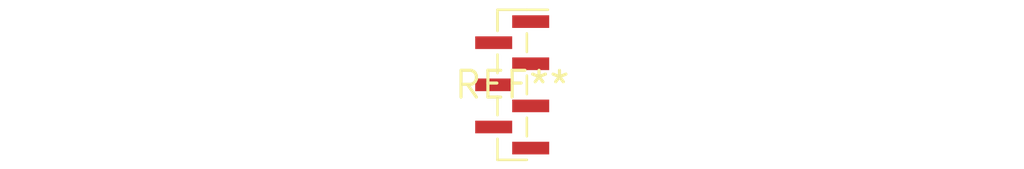
<source format=kicad_pcb>
(kicad_pcb (version 20240108) (generator pcbnew)
  (layers (0 "F.Cu" signal) (31 "B.Cu" signal) (34 "B.Paste" user) (35 "F.Paste" user) (36 "B.SilkS" user "B.Silkscreen") (37 "F.SilkS" user "F.Silkscreen") (38 "B.Mask" user) (39 "F.Mask" user) (44 "Edge.Cuts" user))
  (net 0 "")
  (footprint "PinHeader_1x07_P1.00mm_Vertical_SMD_Pin1Right" (layer "F.Cu") (at 0 0)
    (property "Reference" "REF**")
    (property "Value" "PinHeader_1x07_P1.00mm_Vertical_SMD_Pin1Right")
    (fp_line (start -0.695 -3.56) (end -0.695 -2.56) (layer "F.SilkS") (stroke (width 0.12)))
    (fp_line (start -0.695 -3.56) (end 0.695 -3.56) (layer "F.SilkS") (stroke (width 0.12)))
    (fp_line (start -0.695 -3.44) (end -0.695 -2.56) (layer "F.SilkS") (stroke (width 0.12)))
    (fp_line (start -0.695 -1.44) (end -0.695 -0.56) (layer "F.SilkS") (stroke (width 0.12)))
    (fp_line (start -0.695 0.56) (end -0.695 1.44) (layer "F.SilkS") (stroke (width 0.12)))
    (fp_line (start -0.695 2.56) (end -0.695 3.56) (layer "F.SilkS") (stroke (width 0.12)))
    (fp_line (start -0.695 3.56) (end -0.695 3.56) (layer "F.SilkS") (stroke (width 0.12)))
    (fp_line (start -0.695 3.56) (end 0.695 3.56) (layer "F.SilkS") (stroke (width 0.12)))
    (fp_line (start 0.695 -3.56) (end 0.695 -3.56) (layer "F.SilkS") (stroke (width 0.12)))
    (fp_line (start 0.695 -3.56) (end 1.69 -3.56) (layer "F.SilkS") (stroke (width 0.12)))
    (fp_line (start 0.695 -2.44) (end 0.695 -1.56) (layer "F.SilkS") (stroke (width 0.12)))
    (fp_line (start 0.695 -0.44) (end 0.695 0.44) (layer "F.SilkS") (stroke (width 0.12)))
    (fp_line (start 0.695 1.56) (end 0.695 2.44) (layer "F.SilkS") (stroke (width 0.12)))
    (pad "1" smd rect (at 0.875 -3) (size 1.75 0.6) (layers "F.Cu" "F.Paste" "F.Mask"))
    (pad "2" smd rect (at -0.875 -2) (size 1.75 0.6) (layers "F.Cu" "F.Paste" "F.Mask"))
    (pad "3" smd rect (at 0.875 -1) (size 1.75 0.6) (layers "F.Cu" "F.Paste" "F.Mask"))
    (pad "4" smd rect (at -0.875 0) (size 1.75 0.6) (layers "F.Cu" "F.Paste" "F.Mask"))
    (pad "5" smd rect (at 0.875 1) (size 1.75 0.6) (layers "F.Cu" "F.Paste" "F.Mask"))
    (pad "6" smd rect (at -0.875 2) (size 1.75 0.6) (layers "F.Cu" "F.Paste" "F.Mask"))
    (pad "7" smd rect (at 0.875 3) (size 1.75 0.6) (layers "F.Cu" "F.Paste" "F.Mask"))
  )
)
</source>
